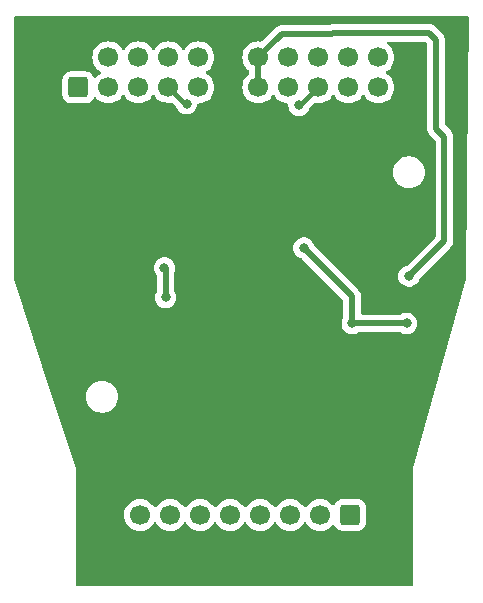
<source format=gbl>
G04 #@! TF.GenerationSoftware,KiCad,Pcbnew,7.0.1*
G04 #@! TF.CreationDate,2023-03-17T04:05:38+02:00*
G04 #@! TF.ProjectId,probe-pcb,70726f62-652d-4706-9362-2e6b69636164,rev?*
G04 #@! TF.SameCoordinates,Original*
G04 #@! TF.FileFunction,Copper,L2,Bot*
G04 #@! TF.FilePolarity,Positive*
%FSLAX46Y46*%
G04 Gerber Fmt 4.6, Leading zero omitted, Abs format (unit mm)*
G04 Created by KiCad (PCBNEW 7.0.1) date 2023-03-17 04:05:38*
%MOMM*%
%LPD*%
G01*
G04 APERTURE LIST*
G04 Aperture macros list*
%AMRoundRect*
0 Rectangle with rounded corners*
0 $1 Rounding radius*
0 $2 $3 $4 $5 $6 $7 $8 $9 X,Y pos of 4 corners*
0 Add a 4 corners polygon primitive as box body*
4,1,4,$2,$3,$4,$5,$6,$7,$8,$9,$2,$3,0*
0 Add four circle primitives for the rounded corners*
1,1,$1+$1,$2,$3*
1,1,$1+$1,$4,$5*
1,1,$1+$1,$6,$7*
1,1,$1+$1,$8,$9*
0 Add four rect primitives between the rounded corners*
20,1,$1+$1,$2,$3,$4,$5,0*
20,1,$1+$1,$4,$5,$6,$7,0*
20,1,$1+$1,$6,$7,$8,$9,0*
20,1,$1+$1,$8,$9,$2,$3,0*%
G04 Aperture macros list end*
G04 #@! TA.AperFunction,ComponentPad*
%ADD10RoundRect,0.250000X-0.600000X0.600000X-0.600000X-0.600000X0.600000X-0.600000X0.600000X0.600000X0*%
G04 #@! TD*
G04 #@! TA.AperFunction,ComponentPad*
%ADD11C,1.700000*%
G04 #@! TD*
G04 #@! TA.AperFunction,ComponentPad*
%ADD12RoundRect,0.250000X0.600000X-0.600000X0.600000X0.600000X-0.600000X0.600000X-0.600000X-0.600000X0*%
G04 #@! TD*
G04 #@! TA.AperFunction,ViaPad*
%ADD13C,0.800000*%
G04 #@! TD*
G04 #@! TA.AperFunction,Conductor*
%ADD14C,0.500000*%
G04 #@! TD*
G04 #@! TA.AperFunction,Conductor*
%ADD15C,0.400000*%
G04 #@! TD*
G04 APERTURE END LIST*
D10*
G04 #@! TO.P,J1,1,Pin_1*
G04 #@! TO.N,/D0*
X122470000Y-96450000D03*
D11*
G04 #@! TO.P,J1,2,Pin_2*
G04 #@! TO.N,GND*
X122470000Y-98990000D03*
G04 #@! TO.P,J1,3,Pin_3*
G04 #@! TO.N,/D1*
X119930000Y-96450000D03*
G04 #@! TO.P,J1,4,Pin_4*
G04 #@! TO.N,GND*
X119930000Y-98990000D03*
G04 #@! TO.P,J1,5,Pin_5*
G04 #@! TO.N,/D2*
X117390000Y-96450000D03*
G04 #@! TO.P,J1,6,Pin_6*
G04 #@! TO.N,GND*
X117390000Y-98990000D03*
G04 #@! TO.P,J1,7,Pin_7*
G04 #@! TO.N,/D3*
X114850000Y-96450000D03*
G04 #@! TO.P,J1,8,Pin_8*
G04 #@! TO.N,GND*
X114850000Y-98990000D03*
G04 #@! TO.P,J1,9,Pin_9*
G04 #@! TO.N,/D4*
X112310000Y-96450000D03*
G04 #@! TO.P,J1,10,Pin_10*
G04 #@! TO.N,GND*
X112310000Y-98990000D03*
G04 #@! TO.P,J1,11,Pin_11*
G04 #@! TO.N,/D5*
X109770000Y-96450000D03*
G04 #@! TO.P,J1,12,Pin_12*
G04 #@! TO.N,GND*
X109770000Y-98990000D03*
G04 #@! TO.P,J1,13,Pin_13*
G04 #@! TO.N,/D6*
X107230000Y-96450000D03*
G04 #@! TO.P,J1,14,Pin_14*
G04 #@! TO.N,GND*
X107230000Y-98990000D03*
G04 #@! TO.P,J1,15,Pin_15*
G04 #@! TO.N,/D7*
X104690000Y-96450000D03*
G04 #@! TO.P,J1,16,Pin_16*
G04 #@! TO.N,GND*
X104690000Y-98990000D03*
G04 #@! TD*
D12*
G04 #@! TO.P,J2,1,Pin_1*
G04 #@! TO.N,VCC*
X99458000Y-60259000D03*
D11*
G04 #@! TO.P,J2,2,Pin_2*
G04 #@! TO.N,GND*
X99458000Y-57719000D03*
G04 #@! TO.P,J2,3,Pin_3*
G04 #@! TO.N,/D7_P*
X101998000Y-60259000D03*
G04 #@! TO.P,J2,4,Pin_4*
G04 #@! TO.N,/D7_N*
X101998000Y-57719000D03*
G04 #@! TO.P,J2,5,Pin_5*
G04 #@! TO.N,/D6_P*
X104538000Y-60259000D03*
G04 #@! TO.P,J2,6,Pin_6*
G04 #@! TO.N,/D6_N*
X104538000Y-57719000D03*
G04 #@! TO.P,J2,7,Pin_7*
G04 #@! TO.N,/D5_P*
X107078000Y-60259000D03*
G04 #@! TO.P,J2,8,Pin_8*
G04 #@! TO.N,/D5_N*
X107078000Y-57719000D03*
G04 #@! TO.P,J2,9,Pin_9*
G04 #@! TO.N,/D4_P*
X109618000Y-60259000D03*
G04 #@! TO.P,J2,10,Pin_10*
G04 #@! TO.N,/D4_N*
X109618000Y-57719000D03*
G04 #@! TO.P,J2,11,Pin_11*
G04 #@! TO.N,GND*
X112158000Y-60259000D03*
G04 #@! TO.P,J2,12,Pin_12*
X112158000Y-57719000D03*
G04 #@! TO.P,J2,13,Pin_13*
G04 #@! TO.N,+4V*
X114698000Y-60259000D03*
G04 #@! TO.P,J2,14,Pin_14*
X114698000Y-57719000D03*
G04 #@! TO.P,J2,15,Pin_15*
G04 #@! TO.N,/D3_P*
X117238000Y-60259000D03*
G04 #@! TO.P,J2,16,Pin_16*
G04 #@! TO.N,/D3_N*
X117238000Y-57719000D03*
G04 #@! TO.P,J2,17,Pin_17*
G04 #@! TO.N,/D2_P*
X119778000Y-60259000D03*
G04 #@! TO.P,J2,18,Pin_18*
G04 #@! TO.N,/D2_N*
X119778000Y-57719000D03*
G04 #@! TO.P,J2,19,Pin_19*
G04 #@! TO.N,/D1_P*
X122318000Y-60259000D03*
G04 #@! TO.P,J2,20,Pin_20*
G04 #@! TO.N,/D1_N*
X122318000Y-57719000D03*
G04 #@! TO.P,J2,21,Pin_21*
G04 #@! TO.N,/D0_P*
X124858000Y-60259000D03*
G04 #@! TO.P,J2,22,Pin_22*
G04 #@! TO.N,/D0_N*
X124858000Y-57719000D03*
G04 #@! TO.P,J2,23,Pin_23*
G04 #@! TO.N,GND*
X127398000Y-60259000D03*
G04 #@! TO.P,J2,24,Pin_24*
X127398000Y-57719000D03*
G04 #@! TD*
D13*
G04 #@! TO.N,GND*
X119550000Y-77950000D03*
X131250000Y-56050000D03*
X106350000Y-87250000D03*
X123350000Y-76750000D03*
X95850000Y-55650000D03*
X129950000Y-75950000D03*
X104550000Y-78050000D03*
X103903000Y-63561000D03*
X109237000Y-63942000D03*
X99750000Y-68950000D03*
X103150000Y-83450000D03*
X116857000Y-63942000D03*
X107350000Y-71050000D03*
X102250000Y-76050000D03*
X105850000Y-80450000D03*
X120050000Y-70750000D03*
X123850000Y-74850000D03*
X127050000Y-85550000D03*
X108550000Y-75650000D03*
X119397000Y-63942000D03*
X118150000Y-69250000D03*
X123050000Y-84750000D03*
X108150000Y-80450000D03*
X122572000Y-63942000D03*
X123250000Y-69150000D03*
X113150000Y-66750000D03*
X103150000Y-69450000D03*
X108150000Y-69350000D03*
X115650000Y-69250000D03*
X97850000Y-77850000D03*
X111250000Y-80350000D03*
X113047000Y-63942000D03*
X105650000Y-69450000D03*
X113250000Y-74850000D03*
X116550000Y-75750000D03*
X110650000Y-69350000D03*
X120750000Y-69250000D03*
X106824000Y-61910000D03*
X127850000Y-73450000D03*
X117550000Y-80450000D03*
X127850000Y-62150000D03*
X118550000Y-85650000D03*
G04 #@! TO.N,+3V3*
X106750000Y-75550000D03*
X122650000Y-80250000D03*
X127250000Y-80250000D03*
X118550000Y-73850000D03*
X106850000Y-78050000D03*
G04 #@! TO.N,+4V*
X127450000Y-76250000D03*
G04 #@! TO.N,/D2_P*
X118152657Y-61783000D03*
G04 #@! TO.N,/D5_P*
X108624500Y-61636036D03*
G04 #@! TD*
D14*
G04 #@! TO.N,+3V3*
X122650000Y-77950000D02*
X118550000Y-73850000D01*
X122650000Y-80250000D02*
X122650000Y-77950000D01*
X106850000Y-75650000D02*
X106750000Y-75550000D01*
X106850000Y-78050000D02*
X106850000Y-75650000D01*
X127250000Y-80250000D02*
X122650000Y-80250000D01*
G04 #@! TO.N,+4V*
X130450000Y-64450000D02*
X130450000Y-73250000D01*
X130450000Y-73250000D02*
X127450000Y-76250000D01*
X129750000Y-56250000D02*
X129750000Y-63750000D01*
X114698000Y-57719000D02*
X114698000Y-60259000D01*
X121050000Y-55650000D02*
X129150000Y-55650000D01*
X116667000Y-55750000D02*
X120950000Y-55750000D01*
X120950000Y-55750000D02*
X121050000Y-55650000D01*
X129750000Y-63750000D02*
X130450000Y-64450000D01*
X129150000Y-55650000D02*
X129750000Y-56250000D01*
X114698000Y-57719000D02*
X116667000Y-55750000D01*
D15*
G04 #@! TO.N,/D2_P*
X118254000Y-61783000D02*
X119778000Y-60259000D01*
X118152657Y-61783000D02*
X118254000Y-61783000D01*
G04 #@! TO.N,/D5_P*
X108624500Y-61636036D02*
X108455036Y-61636036D01*
X108455036Y-61636036D02*
X107078000Y-60259000D01*
G04 #@! TD*
G04 #@! TA.AperFunction,Conductor*
G04 #@! TO.N,GND*
G36*
X132486789Y-54267393D02*
G01*
X132532247Y-54313470D01*
X132548294Y-54376175D01*
X132468797Y-60258999D01*
X132250217Y-76433931D01*
X132245694Y-76465481D01*
X127800000Y-92450001D01*
X127800000Y-102375500D01*
X127783387Y-102437500D01*
X127738000Y-102482887D01*
X127676000Y-102499500D01*
X99374500Y-102499500D01*
X99312500Y-102482887D01*
X99267113Y-102437500D01*
X99250500Y-102375500D01*
X99250500Y-96450000D01*
X103334340Y-96450000D01*
X103354936Y-96685407D01*
X103399709Y-96852502D01*
X103416097Y-96913663D01*
X103515965Y-97127830D01*
X103651505Y-97321401D01*
X103818599Y-97488495D01*
X104012170Y-97624035D01*
X104226337Y-97723903D01*
X104454592Y-97785063D01*
X104690000Y-97805659D01*
X104925408Y-97785063D01*
X105153663Y-97723903D01*
X105367830Y-97624035D01*
X105561401Y-97488495D01*
X105728495Y-97321401D01*
X105858426Y-97135839D01*
X105902743Y-97096975D01*
X105960000Y-97082964D01*
X106017257Y-97096975D01*
X106061573Y-97135839D01*
X106191505Y-97321401D01*
X106358599Y-97488495D01*
X106552170Y-97624035D01*
X106766337Y-97723903D01*
X106994592Y-97785063D01*
X107230000Y-97805659D01*
X107465408Y-97785063D01*
X107693663Y-97723903D01*
X107907830Y-97624035D01*
X108101401Y-97488495D01*
X108268495Y-97321401D01*
X108398426Y-97135839D01*
X108442743Y-97096975D01*
X108500000Y-97082964D01*
X108557257Y-97096975D01*
X108601573Y-97135839D01*
X108731505Y-97321401D01*
X108898599Y-97488495D01*
X109092170Y-97624035D01*
X109306337Y-97723903D01*
X109534592Y-97785063D01*
X109770000Y-97805659D01*
X110005408Y-97785063D01*
X110233663Y-97723903D01*
X110447830Y-97624035D01*
X110641401Y-97488495D01*
X110808495Y-97321401D01*
X110938426Y-97135839D01*
X110982743Y-97096975D01*
X111040000Y-97082964D01*
X111097257Y-97096975D01*
X111141573Y-97135839D01*
X111271505Y-97321401D01*
X111438599Y-97488495D01*
X111632170Y-97624035D01*
X111846337Y-97723903D01*
X112074592Y-97785063D01*
X112310000Y-97805659D01*
X112545408Y-97785063D01*
X112773663Y-97723903D01*
X112987830Y-97624035D01*
X113181401Y-97488495D01*
X113348495Y-97321401D01*
X113478426Y-97135839D01*
X113522743Y-97096975D01*
X113580000Y-97082964D01*
X113637257Y-97096975D01*
X113681573Y-97135839D01*
X113811505Y-97321401D01*
X113978599Y-97488495D01*
X114172170Y-97624035D01*
X114386337Y-97723903D01*
X114614592Y-97785063D01*
X114850000Y-97805659D01*
X115085408Y-97785063D01*
X115313663Y-97723903D01*
X115527830Y-97624035D01*
X115721401Y-97488495D01*
X115888495Y-97321401D01*
X116018426Y-97135839D01*
X116062743Y-97096975D01*
X116120000Y-97082964D01*
X116177257Y-97096975D01*
X116221573Y-97135839D01*
X116351505Y-97321401D01*
X116518599Y-97488495D01*
X116712170Y-97624035D01*
X116926337Y-97723903D01*
X117154592Y-97785063D01*
X117390000Y-97805659D01*
X117625408Y-97785063D01*
X117853663Y-97723903D01*
X118067830Y-97624035D01*
X118261401Y-97488495D01*
X118428495Y-97321401D01*
X118558426Y-97135839D01*
X118602743Y-97096975D01*
X118660000Y-97082964D01*
X118717257Y-97096975D01*
X118761573Y-97135839D01*
X118891505Y-97321401D01*
X119058599Y-97488495D01*
X119252170Y-97624035D01*
X119466337Y-97723903D01*
X119694592Y-97785063D01*
X119930000Y-97805659D01*
X120165408Y-97785063D01*
X120393663Y-97723903D01*
X120607830Y-97624035D01*
X120801401Y-97488495D01*
X120968495Y-97321401D01*
X120968495Y-97321400D01*
X120976166Y-97313730D01*
X120978747Y-97316311D01*
X121015633Y-97286259D01*
X121082720Y-97277422D01*
X121144458Y-97305122D01*
X121182460Y-97361107D01*
X121185186Y-97369334D01*
X121185187Y-97369335D01*
X121277288Y-97518657D01*
X121401342Y-97642711D01*
X121401344Y-97642712D01*
X121550666Y-97734814D01*
X121662017Y-97771712D01*
X121717202Y-97789999D01*
X121727703Y-97791071D01*
X121819991Y-97800500D01*
X123120008Y-97800499D01*
X123222797Y-97789999D01*
X123389334Y-97734814D01*
X123538656Y-97642712D01*
X123662712Y-97518656D01*
X123754814Y-97369334D01*
X123809999Y-97202797D01*
X123820500Y-97100009D01*
X123820499Y-95799992D01*
X123809999Y-95697203D01*
X123754814Y-95530666D01*
X123662712Y-95381344D01*
X123662711Y-95381342D01*
X123538657Y-95257288D01*
X123389334Y-95165186D01*
X123222797Y-95110000D01*
X123120009Y-95099500D01*
X121819991Y-95099500D01*
X121717203Y-95110000D01*
X121550665Y-95165186D01*
X121401342Y-95257288D01*
X121277288Y-95381342D01*
X121185185Y-95530666D01*
X121182460Y-95538892D01*
X121144465Y-95594871D01*
X121082742Y-95622574D01*
X121015664Y-95613754D01*
X120978743Y-95583692D01*
X120976166Y-95586270D01*
X120801404Y-95411508D01*
X120801403Y-95411507D01*
X120801401Y-95411505D01*
X120607830Y-95275965D01*
X120393663Y-95176097D01*
X120332501Y-95159709D01*
X120165407Y-95114936D01*
X119930000Y-95094340D01*
X119694592Y-95114936D01*
X119466336Y-95176097D01*
X119252170Y-95275965D01*
X119058598Y-95411505D01*
X118891505Y-95578598D01*
X118761575Y-95764159D01*
X118717257Y-95803025D01*
X118660000Y-95817036D01*
X118602743Y-95803025D01*
X118558425Y-95764159D01*
X118459286Y-95622574D01*
X118428495Y-95578599D01*
X118261401Y-95411505D01*
X118067830Y-95275965D01*
X117853663Y-95176097D01*
X117792501Y-95159709D01*
X117625407Y-95114936D01*
X117390000Y-95094340D01*
X117154592Y-95114936D01*
X116926336Y-95176097D01*
X116712170Y-95275965D01*
X116518598Y-95411505D01*
X116351505Y-95578598D01*
X116221575Y-95764159D01*
X116177257Y-95803025D01*
X116120000Y-95817036D01*
X116062743Y-95803025D01*
X116018425Y-95764159D01*
X115919286Y-95622574D01*
X115888495Y-95578599D01*
X115721401Y-95411505D01*
X115527830Y-95275965D01*
X115313663Y-95176097D01*
X115252501Y-95159709D01*
X115085407Y-95114936D01*
X114850000Y-95094340D01*
X114614592Y-95114936D01*
X114386336Y-95176097D01*
X114172170Y-95275965D01*
X113978598Y-95411505D01*
X113811505Y-95578598D01*
X113681575Y-95764159D01*
X113637257Y-95803025D01*
X113580000Y-95817036D01*
X113522743Y-95803025D01*
X113478425Y-95764159D01*
X113379286Y-95622574D01*
X113348495Y-95578599D01*
X113181401Y-95411505D01*
X112987830Y-95275965D01*
X112773663Y-95176097D01*
X112712501Y-95159709D01*
X112545407Y-95114936D01*
X112310000Y-95094340D01*
X112074592Y-95114936D01*
X111846336Y-95176097D01*
X111632170Y-95275965D01*
X111438598Y-95411505D01*
X111271505Y-95578598D01*
X111141575Y-95764159D01*
X111097257Y-95803025D01*
X111040000Y-95817036D01*
X110982743Y-95803025D01*
X110938425Y-95764159D01*
X110839286Y-95622574D01*
X110808495Y-95578599D01*
X110641401Y-95411505D01*
X110447830Y-95275965D01*
X110233663Y-95176097D01*
X110172501Y-95159709D01*
X110005407Y-95114936D01*
X109770000Y-95094340D01*
X109534592Y-95114936D01*
X109306336Y-95176097D01*
X109092170Y-95275965D01*
X108898598Y-95411505D01*
X108731505Y-95578598D01*
X108601575Y-95764159D01*
X108557257Y-95803025D01*
X108500000Y-95817036D01*
X108442743Y-95803025D01*
X108398425Y-95764159D01*
X108299286Y-95622574D01*
X108268495Y-95578599D01*
X108101401Y-95411505D01*
X107907830Y-95275965D01*
X107693663Y-95176097D01*
X107632501Y-95159709D01*
X107465407Y-95114936D01*
X107230000Y-95094340D01*
X106994592Y-95114936D01*
X106766336Y-95176097D01*
X106552170Y-95275965D01*
X106358598Y-95411505D01*
X106191505Y-95578598D01*
X106061575Y-95764159D01*
X106017257Y-95803025D01*
X105960000Y-95817036D01*
X105902743Y-95803025D01*
X105858425Y-95764159D01*
X105759286Y-95622574D01*
X105728495Y-95578599D01*
X105561401Y-95411505D01*
X105367830Y-95275965D01*
X105153663Y-95176097D01*
X105092501Y-95159709D01*
X104925407Y-95114936D01*
X104690000Y-95094340D01*
X104454592Y-95114936D01*
X104226336Y-95176097D01*
X104012170Y-95275965D01*
X103818598Y-95411505D01*
X103651505Y-95578598D01*
X103515965Y-95772170D01*
X103416097Y-95986336D01*
X103354936Y-96214592D01*
X103334340Y-96450000D01*
X99250500Y-96450000D01*
X99250500Y-92504664D01*
X99250680Y-92499832D01*
X99248930Y-92495137D01*
X97265369Y-86449999D01*
X100094340Y-86449999D01*
X100114936Y-86685407D01*
X100176096Y-86913662D01*
X100176097Y-86913663D01*
X100275965Y-87127829D01*
X100411505Y-87321401D01*
X100578599Y-87488495D01*
X100772171Y-87624035D01*
X100986337Y-87723903D01*
X101214592Y-87785063D01*
X101391032Y-87800500D01*
X101391034Y-87800500D01*
X101508966Y-87800500D01*
X101508968Y-87800500D01*
X101626594Y-87790208D01*
X101685408Y-87785063D01*
X101913663Y-87723903D01*
X102127829Y-87624035D01*
X102321401Y-87488495D01*
X102488495Y-87321401D01*
X102624035Y-87127830D01*
X102723903Y-86913663D01*
X102785063Y-86685408D01*
X102805659Y-86450000D01*
X102785063Y-86214592D01*
X102723903Y-85986337D01*
X102624035Y-85772171D01*
X102488495Y-85578599D01*
X102321401Y-85411505D01*
X102127829Y-85275965D01*
X101913663Y-85176097D01*
X101685407Y-85114936D01*
X101508968Y-85099500D01*
X101508966Y-85099500D01*
X101391034Y-85099500D01*
X101391032Y-85099500D01*
X101214592Y-85114936D01*
X100986336Y-85176097D01*
X100772170Y-85275965D01*
X100578598Y-85411505D01*
X100411508Y-85578595D01*
X100275964Y-85772172D01*
X100176097Y-85986337D01*
X100114936Y-86214592D01*
X100094340Y-86449999D01*
X97265369Y-86449999D01*
X94006680Y-76518755D01*
X94000500Y-76480095D01*
X94000500Y-75549999D01*
X105844540Y-75549999D01*
X105864326Y-75738257D01*
X105922820Y-75918284D01*
X106017464Y-76082213D01*
X106017467Y-76082216D01*
X106067651Y-76137951D01*
X106091264Y-76176484D01*
X106099500Y-76220922D01*
X106099500Y-77515678D01*
X106082887Y-77577678D01*
X106022820Y-77681715D01*
X105964326Y-77861742D01*
X105944540Y-78050000D01*
X105964326Y-78238257D01*
X106022820Y-78418284D01*
X106117466Y-78582216D01*
X106244129Y-78722889D01*
X106397269Y-78834151D01*
X106570197Y-78911144D01*
X106755352Y-78950500D01*
X106755354Y-78950500D01*
X106944646Y-78950500D01*
X106944648Y-78950500D01*
X107068084Y-78924262D01*
X107129803Y-78911144D01*
X107302730Y-78834151D01*
X107455871Y-78722888D01*
X107582533Y-78582216D01*
X107677179Y-78418284D01*
X107735674Y-78238256D01*
X107755460Y-78050000D01*
X107735674Y-77861744D01*
X107677179Y-77681716D01*
X107677179Y-77681715D01*
X107617113Y-77577678D01*
X107600500Y-77515678D01*
X107600500Y-75866149D01*
X107606569Y-75827831D01*
X107635674Y-75738256D01*
X107655460Y-75550000D01*
X107635674Y-75361744D01*
X107577179Y-75181716D01*
X107577179Y-75181715D01*
X107482533Y-75017783D01*
X107355870Y-74877110D01*
X107202730Y-74765848D01*
X107029802Y-74688855D01*
X106844648Y-74649500D01*
X106844646Y-74649500D01*
X106655354Y-74649500D01*
X106655352Y-74649500D01*
X106470197Y-74688855D01*
X106297269Y-74765848D01*
X106144129Y-74877110D01*
X106017466Y-75017783D01*
X105922820Y-75181715D01*
X105864326Y-75361742D01*
X105844540Y-75549999D01*
X94000500Y-75549999D01*
X94000500Y-73850000D01*
X117644540Y-73850000D01*
X117664326Y-74038257D01*
X117722820Y-74218284D01*
X117817466Y-74382216D01*
X117944129Y-74522889D01*
X118097269Y-74634151D01*
X118270193Y-74711143D01*
X118270196Y-74711143D01*
X118270197Y-74711144D01*
X118335333Y-74724988D01*
X118368714Y-74737303D01*
X118397228Y-74758596D01*
X121863181Y-78224548D01*
X121890061Y-78264776D01*
X121899500Y-78312229D01*
X121899500Y-79715678D01*
X121882887Y-79777678D01*
X121822820Y-79881715D01*
X121764326Y-80061742D01*
X121744540Y-80249999D01*
X121764326Y-80438257D01*
X121822820Y-80618284D01*
X121917466Y-80782216D01*
X122044129Y-80922889D01*
X122197269Y-81034151D01*
X122370197Y-81111144D01*
X122555352Y-81150500D01*
X122555354Y-81150500D01*
X122744646Y-81150500D01*
X122744648Y-81150500D01*
X122868083Y-81124262D01*
X122929803Y-81111144D01*
X123102730Y-81034151D01*
X123116449Y-81024183D01*
X123151018Y-81006569D01*
X123189337Y-81000500D01*
X126710663Y-81000500D01*
X126748982Y-81006569D01*
X126783550Y-81024183D01*
X126797271Y-81034152D01*
X126970197Y-81111144D01*
X127155352Y-81150500D01*
X127155354Y-81150500D01*
X127344646Y-81150500D01*
X127344648Y-81150500D01*
X127468083Y-81124262D01*
X127529803Y-81111144D01*
X127702730Y-81034151D01*
X127855871Y-80922888D01*
X127982533Y-80782216D01*
X128077179Y-80618284D01*
X128135674Y-80438256D01*
X128155460Y-80250000D01*
X128135674Y-80061744D01*
X128077179Y-79881716D01*
X128077179Y-79881715D01*
X127982533Y-79717783D01*
X127855870Y-79577110D01*
X127702730Y-79465848D01*
X127529802Y-79388855D01*
X127344648Y-79349500D01*
X127344646Y-79349500D01*
X127155354Y-79349500D01*
X127155352Y-79349500D01*
X126970197Y-79388855D01*
X126797271Y-79465847D01*
X126783550Y-79475817D01*
X126748982Y-79493431D01*
X126710663Y-79499500D01*
X123524500Y-79499500D01*
X123462500Y-79482887D01*
X123417113Y-79437500D01*
X123400500Y-79375500D01*
X123400500Y-78013706D01*
X123401809Y-77995736D01*
X123402338Y-77992118D01*
X123405289Y-77971977D01*
X123400972Y-77922631D01*
X123400500Y-77911824D01*
X123400500Y-77906289D01*
X123396903Y-77875521D01*
X123396536Y-77871929D01*
X123389889Y-77795949D01*
X123385672Y-77776930D01*
X123359592Y-77705274D01*
X123358408Y-77701868D01*
X123351730Y-77681715D01*
X123334814Y-77630666D01*
X123334812Y-77630663D01*
X123334415Y-77629464D01*
X123325929Y-77611936D01*
X123325237Y-77610884D01*
X123325237Y-77610883D01*
X123284001Y-77548188D01*
X123282086Y-77545181D01*
X123242712Y-77481345D01*
X123242711Y-77481344D01*
X123242048Y-77480269D01*
X123229748Y-77465170D01*
X123174272Y-77412831D01*
X123171685Y-77410318D01*
X119462771Y-73701403D01*
X119432521Y-73652040D01*
X119377179Y-73481715D01*
X119282533Y-73317783D01*
X119155870Y-73177110D01*
X119002730Y-73065848D01*
X118829802Y-72988855D01*
X118644648Y-72949500D01*
X118644646Y-72949500D01*
X118455354Y-72949500D01*
X118455352Y-72949500D01*
X118270197Y-72988855D01*
X118097269Y-73065848D01*
X117944129Y-73177110D01*
X117817466Y-73317783D01*
X117722820Y-73481715D01*
X117664326Y-73661742D01*
X117644540Y-73850000D01*
X94000500Y-73850000D01*
X94000500Y-67449999D01*
X126094340Y-67449999D01*
X126114936Y-67685407D01*
X126176097Y-67913662D01*
X126176097Y-67913663D01*
X126275965Y-68127829D01*
X126411505Y-68321401D01*
X126578599Y-68488495D01*
X126772171Y-68624035D01*
X126986337Y-68723903D01*
X127214592Y-68785063D01*
X127391032Y-68800500D01*
X127391034Y-68800500D01*
X127508966Y-68800500D01*
X127508968Y-68800500D01*
X127626594Y-68790208D01*
X127685408Y-68785063D01*
X127913663Y-68723903D01*
X128127829Y-68624035D01*
X128321401Y-68488495D01*
X128488495Y-68321401D01*
X128624035Y-68127830D01*
X128723903Y-67913663D01*
X128785063Y-67685408D01*
X128805659Y-67450000D01*
X128785063Y-67214592D01*
X128723903Y-66986337D01*
X128624035Y-66772171D01*
X128488495Y-66578599D01*
X128321401Y-66411505D01*
X128127829Y-66275965D01*
X127913663Y-66176097D01*
X127913662Y-66176096D01*
X127685407Y-66114936D01*
X127508968Y-66099500D01*
X127508966Y-66099500D01*
X127391034Y-66099500D01*
X127391032Y-66099500D01*
X127214592Y-66114936D01*
X126986336Y-66176097D01*
X126772170Y-66275965D01*
X126578598Y-66411505D01*
X126411508Y-66578595D01*
X126275964Y-66772172D01*
X126176097Y-66986337D01*
X126114936Y-67214592D01*
X126094340Y-67449999D01*
X94000500Y-67449999D01*
X94000500Y-60909008D01*
X98107500Y-60909008D01*
X98118000Y-61011796D01*
X98173186Y-61178334D01*
X98265288Y-61327657D01*
X98389342Y-61451711D01*
X98389344Y-61451712D01*
X98538666Y-61543814D01*
X98650017Y-61580712D01*
X98705202Y-61598999D01*
X98715703Y-61600071D01*
X98807991Y-61609500D01*
X100108008Y-61609499D01*
X100210797Y-61598999D01*
X100377334Y-61543814D01*
X100526656Y-61451712D01*
X100650712Y-61327656D01*
X100742814Y-61178334D01*
X100745538Y-61170111D01*
X100783526Y-61114135D01*
X100845244Y-61086427D01*
X100912320Y-61095239D01*
X100949258Y-61125305D01*
X100951834Y-61122730D01*
X100959505Y-61130400D01*
X100959505Y-61130401D01*
X101126599Y-61297495D01*
X101320170Y-61433035D01*
X101534337Y-61532903D01*
X101762592Y-61594063D01*
X101998000Y-61614659D01*
X102233408Y-61594063D01*
X102461663Y-61532903D01*
X102675830Y-61433035D01*
X102869401Y-61297495D01*
X103036495Y-61130401D01*
X103166426Y-60944839D01*
X103210743Y-60905975D01*
X103268000Y-60891964D01*
X103325257Y-60905975D01*
X103369573Y-60944839D01*
X103499505Y-61130401D01*
X103666599Y-61297495D01*
X103860170Y-61433035D01*
X104074337Y-61532903D01*
X104302592Y-61594063D01*
X104538000Y-61614659D01*
X104773408Y-61594063D01*
X105001663Y-61532903D01*
X105215830Y-61433035D01*
X105409401Y-61297495D01*
X105576495Y-61130401D01*
X105706426Y-60944839D01*
X105750743Y-60905975D01*
X105808000Y-60891964D01*
X105865257Y-60905975D01*
X105909573Y-60944839D01*
X106039505Y-61130401D01*
X106206599Y-61297495D01*
X106400170Y-61433035D01*
X106614337Y-61532903D01*
X106825779Y-61589558D01*
X106842592Y-61594063D01*
X107078000Y-61614659D01*
X107313409Y-61594063D01*
X107330219Y-61589559D01*
X107394407Y-61589558D01*
X107449995Y-61621652D01*
X107759259Y-61930916D01*
X107789508Y-61980276D01*
X107797321Y-62004320D01*
X107891966Y-62168252D01*
X108018629Y-62308925D01*
X108171769Y-62420187D01*
X108344697Y-62497180D01*
X108529852Y-62536536D01*
X108529854Y-62536536D01*
X108719146Y-62536536D01*
X108719148Y-62536536D01*
X108842583Y-62510298D01*
X108904303Y-62497180D01*
X109077230Y-62420187D01*
X109230371Y-62308924D01*
X109357033Y-62168252D01*
X109451679Y-62004320D01*
X109510174Y-61824292D01*
X109520726Y-61723888D01*
X109539272Y-61670534D01*
X109579564Y-61630939D01*
X109633239Y-61613326D01*
X109799536Y-61598776D01*
X109853408Y-61594063D01*
X110081663Y-61532903D01*
X110295830Y-61433035D01*
X110489401Y-61297495D01*
X110656495Y-61130401D01*
X110792035Y-60936830D01*
X110891903Y-60722663D01*
X110953063Y-60494408D01*
X110973659Y-60259000D01*
X110973659Y-60258999D01*
X113342340Y-60258999D01*
X113362936Y-60494407D01*
X113407709Y-60661502D01*
X113424097Y-60722663D01*
X113523965Y-60936830D01*
X113659505Y-61130401D01*
X113826599Y-61297495D01*
X114020170Y-61433035D01*
X114234337Y-61532903D01*
X114462592Y-61594063D01*
X114698000Y-61614659D01*
X114933408Y-61594063D01*
X115161663Y-61532903D01*
X115375830Y-61433035D01*
X115569401Y-61297495D01*
X115736495Y-61130401D01*
X115866426Y-60944839D01*
X115910743Y-60905975D01*
X115968000Y-60891964D01*
X116025257Y-60905975D01*
X116069573Y-60944839D01*
X116199505Y-61130401D01*
X116366599Y-61297495D01*
X116560170Y-61433035D01*
X116774337Y-61532903D01*
X117002592Y-61594063D01*
X117138941Y-61605992D01*
X117199846Y-61628360D01*
X117241118Y-61678425D01*
X117251455Y-61742479D01*
X117247197Y-61782997D01*
X117266983Y-61971257D01*
X117325477Y-62151284D01*
X117420123Y-62315216D01*
X117546786Y-62455889D01*
X117699926Y-62567151D01*
X117872854Y-62644144D01*
X118058009Y-62683500D01*
X118058011Y-62683500D01*
X118247303Y-62683500D01*
X118247305Y-62683500D01*
X118370741Y-62657262D01*
X118432460Y-62644144D01*
X118605387Y-62567151D01*
X118758528Y-62455888D01*
X118885190Y-62315216D01*
X118979836Y-62151284D01*
X119020434Y-62026333D01*
X119050682Y-61976972D01*
X119406005Y-61621650D01*
X119461590Y-61589558D01*
X119525777Y-61589558D01*
X119542592Y-61594063D01*
X119778000Y-61614659D01*
X120013408Y-61594063D01*
X120241663Y-61532903D01*
X120455830Y-61433035D01*
X120649401Y-61297495D01*
X120816495Y-61130401D01*
X120946426Y-60944839D01*
X120990743Y-60905975D01*
X121048000Y-60891964D01*
X121105257Y-60905975D01*
X121149573Y-60944839D01*
X121279505Y-61130401D01*
X121446599Y-61297495D01*
X121640170Y-61433035D01*
X121854337Y-61532903D01*
X122082592Y-61594063D01*
X122318000Y-61614659D01*
X122553408Y-61594063D01*
X122781663Y-61532903D01*
X122995830Y-61433035D01*
X123189401Y-61297495D01*
X123356495Y-61130401D01*
X123486426Y-60944839D01*
X123530743Y-60905975D01*
X123588000Y-60891964D01*
X123645257Y-60905975D01*
X123689573Y-60944839D01*
X123819505Y-61130401D01*
X123986599Y-61297495D01*
X124180170Y-61433035D01*
X124394337Y-61532903D01*
X124622592Y-61594063D01*
X124858000Y-61614659D01*
X125093408Y-61594063D01*
X125321663Y-61532903D01*
X125535830Y-61433035D01*
X125729401Y-61297495D01*
X125896495Y-61130401D01*
X126032035Y-60936830D01*
X126131903Y-60722663D01*
X126193063Y-60494408D01*
X126213659Y-60259000D01*
X126193063Y-60023592D01*
X126131903Y-59795337D01*
X126032035Y-59581171D01*
X125896495Y-59387599D01*
X125729401Y-59220505D01*
X125543839Y-59090573D01*
X125504975Y-59046257D01*
X125490964Y-58989000D01*
X125504975Y-58931743D01*
X125543839Y-58887426D01*
X125729401Y-58757495D01*
X125896495Y-58590401D01*
X126032035Y-58396830D01*
X126131903Y-58182663D01*
X126193063Y-57954408D01*
X126213659Y-57719000D01*
X126193063Y-57483592D01*
X126131903Y-57255337D01*
X126032035Y-57041171D01*
X125896495Y-56847599D01*
X125729401Y-56680505D01*
X125651664Y-56626073D01*
X125611339Y-56578858D01*
X125598960Y-56518010D01*
X125617632Y-56458790D01*
X125662674Y-56416047D01*
X125722790Y-56400500D01*
X128787769Y-56400500D01*
X128835221Y-56409939D01*
X128875450Y-56436818D01*
X128963181Y-56524548D01*
X128990061Y-56564777D01*
X128999500Y-56612230D01*
X128999500Y-63686294D01*
X128998191Y-63704264D01*
X128994711Y-63728023D01*
X128999028Y-63777369D01*
X128999500Y-63788176D01*
X128999500Y-63793708D01*
X129003098Y-63824496D01*
X129003464Y-63828081D01*
X129010110Y-63904041D01*
X129014329Y-63923071D01*
X129014758Y-63924251D01*
X129014759Y-63924255D01*
X129040413Y-63994742D01*
X129041582Y-63998107D01*
X129065580Y-64070524D01*
X129074075Y-64088072D01*
X129115979Y-64151784D01*
X129117889Y-64154782D01*
X129157288Y-64218656D01*
X129157952Y-64219732D01*
X129170253Y-64234831D01*
X129225710Y-64287152D01*
X129228297Y-64289665D01*
X129452338Y-64513706D01*
X129663181Y-64724548D01*
X129690061Y-64764776D01*
X129699500Y-64812229D01*
X129699500Y-72887771D01*
X129690061Y-72935224D01*
X129663181Y-72975452D01*
X127297228Y-75341402D01*
X127268715Y-75362694D01*
X127235330Y-75375011D01*
X127170197Y-75388856D01*
X126997267Y-75465849D01*
X126844129Y-75577110D01*
X126717466Y-75717783D01*
X126622820Y-75881715D01*
X126564326Y-76061742D01*
X126544540Y-76250000D01*
X126564326Y-76438257D01*
X126622820Y-76618284D01*
X126717466Y-76782216D01*
X126844129Y-76922889D01*
X126997269Y-77034151D01*
X127170197Y-77111144D01*
X127355352Y-77150500D01*
X127355354Y-77150500D01*
X127544646Y-77150500D01*
X127544648Y-77150500D01*
X127668084Y-77124262D01*
X127729803Y-77111144D01*
X127902730Y-77034151D01*
X128055871Y-76922888D01*
X128182533Y-76782216D01*
X128277179Y-76618284D01*
X128332522Y-76447955D01*
X128362769Y-76398597D01*
X130935638Y-73825727D01*
X130949256Y-73813957D01*
X130968530Y-73799610D01*
X131000384Y-73761647D01*
X131007671Y-73753694D01*
X131011591Y-73749776D01*
X131030820Y-73725454D01*
X131033077Y-73722685D01*
X131050935Y-73701403D01*
X131081302Y-73665214D01*
X131081303Y-73665211D01*
X131082115Y-73664244D01*
X131092573Y-73647827D01*
X131093106Y-73646682D01*
X131093111Y-73646677D01*
X131124833Y-73578646D01*
X131126362Y-73575488D01*
X131160040Y-73508433D01*
X131160040Y-73508432D01*
X131160612Y-73507294D01*
X131167000Y-73488915D01*
X131167255Y-73487675D01*
X131167257Y-73487673D01*
X131182435Y-73414157D01*
X131183200Y-73410708D01*
X131200500Y-73337721D01*
X131200500Y-73337719D01*
X131200791Y-73336491D01*
X131202770Y-73317120D01*
X131202733Y-73315858D01*
X131202734Y-73315855D01*
X131200552Y-73240868D01*
X131200500Y-73237262D01*
X131200500Y-64513706D01*
X131201809Y-64495736D01*
X131202338Y-64492118D01*
X131205289Y-64471977D01*
X131200971Y-64422633D01*
X131200500Y-64411827D01*
X131200500Y-64406291D01*
X131200499Y-64406290D01*
X131196897Y-64375471D01*
X131196534Y-64371915D01*
X131189888Y-64295942D01*
X131185673Y-64276930D01*
X131159577Y-64205234D01*
X131158414Y-64201890D01*
X131134813Y-64130665D01*
X131134810Y-64130660D01*
X131134411Y-64129456D01*
X131125930Y-64111938D01*
X131125238Y-64110886D01*
X131125237Y-64110883D01*
X131083981Y-64048157D01*
X131082098Y-64045201D01*
X131042711Y-63981344D01*
X131042709Y-63981342D01*
X131042046Y-63980267D01*
X131029748Y-63965170D01*
X130974273Y-63912832D01*
X130971686Y-63910319D01*
X130536819Y-63475451D01*
X130509939Y-63435223D01*
X130500500Y-63387770D01*
X130500500Y-56313706D01*
X130501809Y-56295736D01*
X130502338Y-56292118D01*
X130505289Y-56271977D01*
X130500971Y-56222633D01*
X130500500Y-56211827D01*
X130500500Y-56206292D01*
X130500500Y-56206291D01*
X130496893Y-56175436D01*
X130496537Y-56171956D01*
X130489998Y-56097203D01*
X130489888Y-56095943D01*
X130485674Y-56076935D01*
X130485241Y-56075745D01*
X130459567Y-56005207D01*
X130458399Y-56001844D01*
X130434814Y-55930666D01*
X130434811Y-55930662D01*
X130434416Y-55929468D01*
X130425929Y-55911936D01*
X130425237Y-55910884D01*
X130425237Y-55910883D01*
X130383999Y-55848184D01*
X130382087Y-55845181D01*
X130342050Y-55780270D01*
X130329750Y-55765172D01*
X130274290Y-55712848D01*
X130271703Y-55710335D01*
X129725728Y-55164360D01*
X129713946Y-55150727D01*
X129699609Y-55131469D01*
X129661666Y-55099631D01*
X129653691Y-55092323D01*
X129649782Y-55088414D01*
X129649781Y-55088413D01*
X129649777Y-55088409D01*
X129625423Y-55069152D01*
X129622647Y-55066890D01*
X129564251Y-55017890D01*
X129547821Y-55007422D01*
X129478691Y-54975186D01*
X129475447Y-54973615D01*
X129407306Y-54939394D01*
X129388903Y-54932997D01*
X129314211Y-54917574D01*
X129310692Y-54916794D01*
X129236490Y-54899208D01*
X129217121Y-54897229D01*
X129140869Y-54899448D01*
X129137263Y-54899500D01*
X121113706Y-54899500D01*
X121095736Y-54898191D01*
X121081853Y-54896157D01*
X121071977Y-54894711D01*
X121071976Y-54894711D01*
X121022634Y-54899028D01*
X121011827Y-54899500D01*
X121006291Y-54899500D01*
X120975483Y-54903100D01*
X120971900Y-54903466D01*
X120895950Y-54910111D01*
X120876922Y-54914329D01*
X120805270Y-54940407D01*
X120801869Y-54941589D01*
X120729480Y-54965578D01*
X120711927Y-54974075D01*
X120704287Y-54979101D01*
X120671712Y-54994291D01*
X120636149Y-54999500D01*
X116730707Y-54999500D01*
X116712738Y-54998191D01*
X116688977Y-54994711D01*
X116639631Y-54999028D01*
X116628824Y-54999500D01*
X116623291Y-54999500D01*
X116592501Y-55003098D01*
X116588917Y-55003464D01*
X116512961Y-55010109D01*
X116493921Y-55014330D01*
X116422232Y-55040421D01*
X116418831Y-55041603D01*
X116346474Y-55065580D01*
X116328927Y-55074075D01*
X116265221Y-55115975D01*
X116262181Y-55117912D01*
X116197280Y-55157944D01*
X116182164Y-55170257D01*
X116129831Y-55225726D01*
X116127319Y-55228312D01*
X115009501Y-56346130D01*
X114964230Y-56374971D01*
X114911013Y-56381977D01*
X114698000Y-56363340D01*
X114462592Y-56383936D01*
X114234336Y-56445097D01*
X114020170Y-56544965D01*
X113826598Y-56680505D01*
X113659505Y-56847598D01*
X113523965Y-57041170D01*
X113424097Y-57255336D01*
X113362936Y-57483592D01*
X113342340Y-57719000D01*
X113362936Y-57954407D01*
X113407709Y-58121502D01*
X113424097Y-58182663D01*
X113523965Y-58396830D01*
X113659505Y-58590401D01*
X113826599Y-58757495D01*
X113894625Y-58805127D01*
X113933489Y-58849444D01*
X113947500Y-58906701D01*
X113947500Y-59071299D01*
X113933489Y-59128556D01*
X113894623Y-59172874D01*
X113826598Y-59220505D01*
X113659506Y-59387597D01*
X113523965Y-59581170D01*
X113424097Y-59795336D01*
X113362936Y-60023592D01*
X113342340Y-60258999D01*
X110973659Y-60258999D01*
X110953063Y-60023592D01*
X110891903Y-59795337D01*
X110792035Y-59581171D01*
X110656495Y-59387599D01*
X110489401Y-59220505D01*
X110303839Y-59090573D01*
X110264975Y-59046257D01*
X110250964Y-58989000D01*
X110264975Y-58931743D01*
X110303839Y-58887426D01*
X110489401Y-58757495D01*
X110656495Y-58590401D01*
X110792035Y-58396830D01*
X110891903Y-58182663D01*
X110953063Y-57954408D01*
X110973659Y-57719000D01*
X110953063Y-57483592D01*
X110891903Y-57255337D01*
X110792035Y-57041171D01*
X110656495Y-56847599D01*
X110489401Y-56680505D01*
X110295830Y-56544965D01*
X110081663Y-56445097D01*
X110020501Y-56428709D01*
X109853407Y-56383936D01*
X109618000Y-56363340D01*
X109382592Y-56383936D01*
X109154336Y-56445097D01*
X108940170Y-56544965D01*
X108746598Y-56680505D01*
X108579505Y-56847598D01*
X108449575Y-57033159D01*
X108405257Y-57072025D01*
X108348000Y-57086036D01*
X108290743Y-57072025D01*
X108246425Y-57033159D01*
X108116494Y-56847598D01*
X107949404Y-56680508D01*
X107949401Y-56680505D01*
X107755830Y-56544965D01*
X107541663Y-56445097D01*
X107480501Y-56428709D01*
X107313407Y-56383936D01*
X107078000Y-56363340D01*
X106842592Y-56383936D01*
X106614336Y-56445097D01*
X106400170Y-56544965D01*
X106206598Y-56680505D01*
X106039505Y-56847598D01*
X105909575Y-57033159D01*
X105865257Y-57072025D01*
X105808000Y-57086036D01*
X105750743Y-57072025D01*
X105706425Y-57033159D01*
X105576494Y-56847598D01*
X105409404Y-56680508D01*
X105409401Y-56680505D01*
X105215830Y-56544965D01*
X105001663Y-56445097D01*
X104940501Y-56428709D01*
X104773407Y-56383936D01*
X104538000Y-56363340D01*
X104302592Y-56383936D01*
X104074336Y-56445097D01*
X103860170Y-56544965D01*
X103666598Y-56680505D01*
X103499505Y-56847598D01*
X103369575Y-57033159D01*
X103325257Y-57072025D01*
X103268000Y-57086036D01*
X103210743Y-57072025D01*
X103166425Y-57033159D01*
X103036494Y-56847598D01*
X102869404Y-56680508D01*
X102869401Y-56680505D01*
X102675830Y-56544965D01*
X102461663Y-56445097D01*
X102400501Y-56428709D01*
X102233407Y-56383936D01*
X101998000Y-56363340D01*
X101762592Y-56383936D01*
X101534336Y-56445097D01*
X101320170Y-56544965D01*
X101126598Y-56680505D01*
X100959505Y-56847598D01*
X100823965Y-57041170D01*
X100724097Y-57255336D01*
X100662936Y-57483592D01*
X100642340Y-57719000D01*
X100662936Y-57954407D01*
X100707709Y-58121502D01*
X100724097Y-58182663D01*
X100823965Y-58396830D01*
X100959505Y-58590401D01*
X101126599Y-58757495D01*
X101312160Y-58887426D01*
X101351024Y-58931743D01*
X101365035Y-58989000D01*
X101351024Y-59046257D01*
X101312158Y-59090575D01*
X101169677Y-59190342D01*
X101126595Y-59220508D01*
X100951834Y-59395270D01*
X100949261Y-59392697D01*
X100912290Y-59422773D01*
X100845223Y-59431568D01*
X100783518Y-59403858D01*
X100745539Y-59347890D01*
X100742814Y-59339666D01*
X100650712Y-59190344D01*
X100650711Y-59190342D01*
X100526657Y-59066288D01*
X100377334Y-58974186D01*
X100210797Y-58919000D01*
X100108009Y-58908500D01*
X98807991Y-58908500D01*
X98705203Y-58919000D01*
X98538665Y-58974186D01*
X98389342Y-59066288D01*
X98265288Y-59190342D01*
X98173186Y-59339665D01*
X98118000Y-59506202D01*
X98107500Y-59608990D01*
X98107500Y-60909008D01*
X94000500Y-60909008D01*
X94000500Y-54374500D01*
X94017113Y-54312500D01*
X94062500Y-54267113D01*
X94124500Y-54250500D01*
X132424306Y-54250500D01*
X132486789Y-54267393D01*
G37*
G04 #@! TD.AperFunction*
G04 #@! TD*
M02*

</source>
